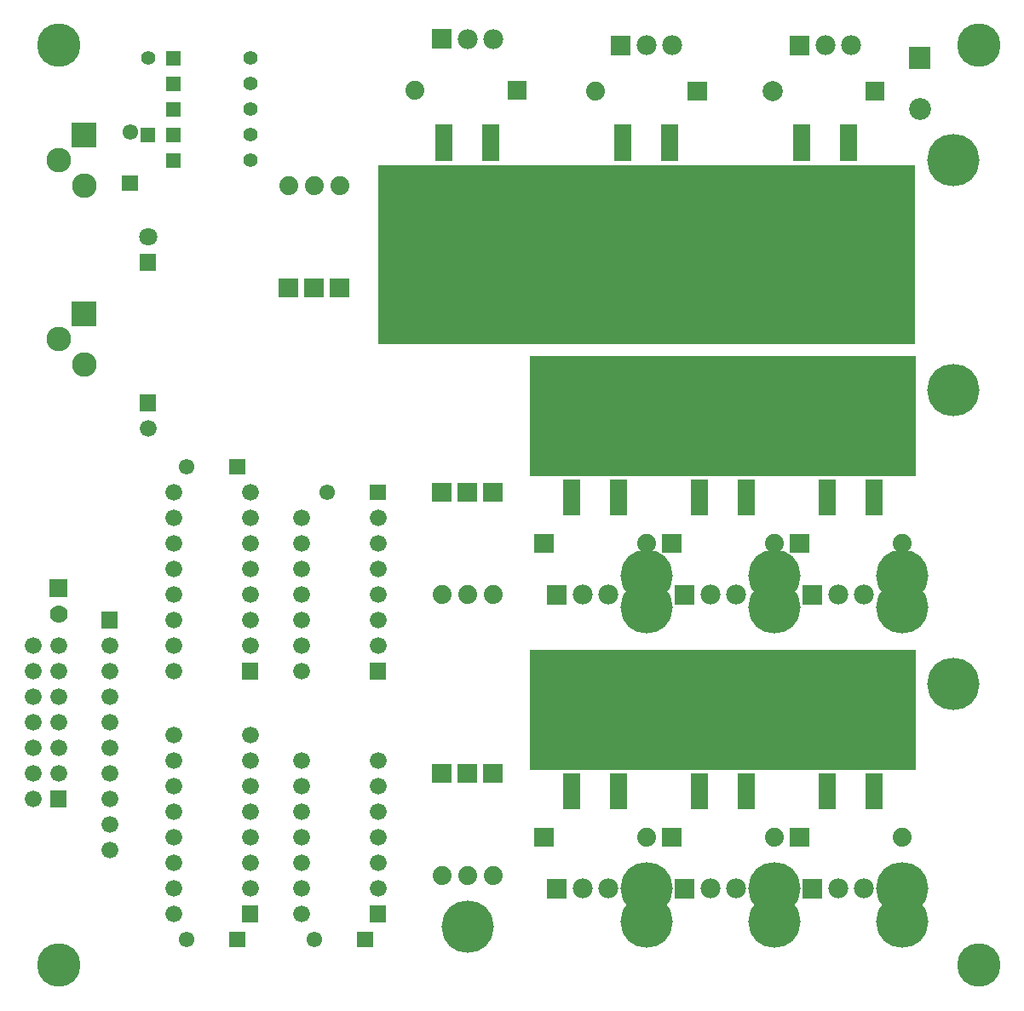
<source format=gts>
G04 start of page 6 for group -4063 idx -4063 *
G04 Title: (unknown), componentmask *
G04 Creator: pcb 20110918 *
G04 CreationDate: Sat 26 Apr 2014 10:39:55 GMT UTC *
G04 For: ksarkies *
G04 Format: Gerber/RS-274X *
G04 PCB-Dimensions: 390000 390000 *
G04 PCB-Coordinate-Origin: lower left *
%MOIN*%
%FSLAX25Y25*%
%LNTOPMASK*%
%ADD94R,0.0670X0.0670*%
%ADD93R,0.4700X0.4700*%
%ADD92C,0.0710*%
%ADD91C,0.0700*%
%ADD90C,0.0660*%
%ADD89C,0.0790*%
%ADD88C,0.2050*%
%ADD87C,0.0740*%
%ADD86C,0.0780*%
%ADD85C,0.0860*%
%ADD84C,0.0560*%
%ADD83C,0.0610*%
%ADD82C,0.0960*%
%ADD81C,0.0001*%
%ADD80C,0.1700*%
G54D80*X15000Y375000D03*
G54D81*G36*
X57200Y362800D02*Y357200D01*
X62800D01*
Y362800D01*
X57200D01*
G37*
G36*
X47200Y342800D02*Y337200D01*
X52800D01*
Y342800D01*
X47200D01*
G37*
G36*
X20200Y344800D02*Y335200D01*
X29800D01*
Y344800D01*
X20200D01*
G37*
G54D82*X15000Y330000D03*
X25000Y320000D03*
G54D81*G36*
X39950Y324050D02*Y317950D01*
X46050D01*
Y324050D01*
X39950D01*
G37*
G54D83*X43000Y341000D03*
G54D84*X50000Y370000D03*
G54D81*G36*
X57200Y372800D02*Y367200D01*
X62800D01*
Y372800D01*
X57200D01*
G37*
G36*
Y352800D02*Y347200D01*
X62800D01*
Y352800D01*
X57200D01*
G37*
G36*
Y332800D02*Y327200D01*
X62800D01*
Y332800D01*
X57200D01*
G37*
G36*
Y342800D02*Y337200D01*
X62800D01*
Y342800D01*
X57200D01*
G37*
G36*
X347700Y374300D02*Y365700D01*
X356300D01*
Y374300D01*
X347700D01*
G37*
G54D80*X375000Y375000D03*
G54D85*X352000Y350000D03*
G54D86*X325000Y375000D03*
G54D81*G36*
X330800Y360700D02*Y353300D01*
X338200D01*
Y360700D01*
X330800D01*
G37*
G54D84*X90000Y360000D03*
G54D81*G36*
X101300Y283700D02*Y276300D01*
X108700D01*
Y283700D01*
X101300D01*
G37*
G54D87*X105000Y320000D03*
G54D81*G36*
X111300Y283700D02*Y276300D01*
X118700D01*
Y283700D01*
X111300D01*
G37*
G54D87*X115000Y320000D03*
G54D81*G36*
X121300Y283700D02*Y276300D01*
X128700D01*
Y283700D01*
X121300D01*
G37*
G54D87*X125000Y320000D03*
G54D84*X90000Y370000D03*
Y350000D03*
Y340000D03*
Y330000D03*
G54D81*G36*
X161100Y381400D02*Y373600D01*
X168900D01*
Y381400D01*
X161100D01*
G37*
G54D86*X175000Y377500D03*
X185000D03*
G54D81*G36*
X190800Y361200D02*Y353800D01*
X198200D01*
Y361200D01*
X190800D01*
G37*
G54D87*X154500Y357500D03*
G54D88*X365000Y330000D03*
Y240000D03*
G54D81*G36*
X231100Y378900D02*Y371100D01*
X238900D01*
Y378900D01*
X231100D01*
G37*
G54D86*X245000Y375000D03*
X255000D03*
G54D81*G36*
X301100Y378900D02*Y371100D01*
X308900D01*
Y378900D01*
X301100D01*
G37*
G54D86*X315000Y375000D03*
G54D81*G36*
X261300Y360700D02*Y353300D01*
X268700D01*
Y360700D01*
X261300D01*
G37*
G54D87*X225000Y357000D03*
G54D89*X294500D03*
G54D81*G36*
X20200Y274800D02*Y265200D01*
X29800D01*
Y274800D01*
X20200D01*
G37*
G54D82*X15000Y260000D03*
X25000Y250000D03*
G54D90*X35000Y80000D03*
Y70000D03*
G54D81*G36*
X11700Y83300D02*Y76700D01*
X18300D01*
Y83300D01*
X11700D01*
G37*
G54D90*X5000Y80000D03*
X15000Y90000D03*
X5000D03*
G54D80*X15000Y15000D03*
G54D90*Y100000D03*
X5000D03*
X15000Y110000D03*
X5000D03*
X15000Y120000D03*
X5000D03*
X15000Y130000D03*
X5000D03*
X15000Y140000D03*
X5000D03*
X35000Y120000D03*
Y110000D03*
Y100000D03*
Y90000D03*
G54D81*G36*
X31700Y153300D02*Y146700D01*
X38300D01*
Y153300D01*
X31700D01*
G37*
G54D90*X35000Y140000D03*
Y130000D03*
G54D81*G36*
X11500Y166000D02*Y159000D01*
X18500D01*
Y166000D01*
X11500D01*
G37*
G54D91*X15000Y152500D03*
G54D90*X60000Y140000D03*
Y130000D03*
X35000Y60000D03*
X60000Y65000D03*
Y55000D03*
X90000Y75000D03*
Y85000D03*
Y95000D03*
Y105000D03*
X60000D03*
Y95000D03*
Y85000D03*
Y75000D03*
Y45000D03*
Y35000D03*
G54D81*G36*
X86700Y38300D02*Y31700D01*
X93300D01*
Y38300D01*
X86700D01*
G37*
G54D90*X90000Y45000D03*
Y55000D03*
Y65000D03*
G54D81*G36*
X81950Y28050D02*Y21950D01*
X88050D01*
Y28050D01*
X81950D01*
G37*
G54D83*X65000Y25000D03*
G54D88*X365000Y125000D03*
X345000Y155000D03*
Y167500D03*
G54D81*G36*
X306100Y163900D02*Y156100D01*
X313900D01*
Y163900D01*
X306100D01*
G37*
G54D86*X320000Y160000D03*
X330000D03*
G54D87*X345000Y180000D03*
G54D80*X375000Y15000D03*
G54D88*X345000Y32000D03*
Y45000D03*
X295000Y32000D03*
G54D86*X270000Y45000D03*
X280000D03*
G54D88*X295000D03*
G54D81*G36*
X306100Y48900D02*Y41100D01*
X313900D01*
Y48900D01*
X306100D01*
G37*
G54D86*X320000Y45000D03*
X330000D03*
G54D88*X245000Y32000D03*
Y45000D03*
G54D81*G36*
X256100Y48900D02*Y41100D01*
X263900D01*
Y48900D01*
X256100D01*
G37*
G54D87*X245000Y65000D03*
G54D81*G36*
X251300Y68700D02*Y61300D01*
X258700D01*
Y68700D01*
X251300D01*
G37*
G36*
X301300D02*Y61300D01*
X308700D01*
Y68700D01*
X301300D01*
G37*
G54D87*X295000Y65000D03*
X345000D03*
G54D81*G36*
X206100Y163900D02*Y156100D01*
X213900D01*
Y163900D01*
X206100D01*
G37*
G54D87*X185000Y160000D03*
X175000D03*
X165000D03*
G54D86*X220000D03*
G54D81*G36*
X181300Y203700D02*Y196300D01*
X188700D01*
Y203700D01*
X181300D01*
G37*
G36*
X171300D02*Y196300D01*
X178700D01*
Y203700D01*
X171300D01*
G37*
G36*
X161300D02*Y196300D01*
X168700D01*
Y203700D01*
X161300D01*
G37*
G36*
X171300Y93700D02*Y86300D01*
X178700D01*
Y93700D01*
X171300D01*
G37*
G36*
X181300D02*Y86300D01*
X188700D01*
Y93700D01*
X181300D01*
G37*
G36*
X161300D02*Y86300D01*
X168700D01*
Y93700D01*
X161300D01*
G37*
G36*
X201300Y183700D02*Y176300D01*
X208700D01*
Y183700D01*
X201300D01*
G37*
G36*
X136950Y203050D02*Y196950D01*
X143050D01*
Y203050D01*
X136950D01*
G37*
G54D83*X120000Y200000D03*
G54D81*G36*
X206100Y48900D02*Y41100D01*
X213900D01*
Y48900D01*
X206100D01*
G37*
G54D87*X175000Y50000D03*
X185000D03*
G54D86*X220000Y45000D03*
X230000D03*
G54D87*X165000Y50000D03*
G54D81*G36*
X201300Y68700D02*Y61300D01*
X208700D01*
Y68700D01*
X201300D01*
G37*
G36*
X136700Y38300D02*Y31700D01*
X143300D01*
Y38300D01*
X136700D01*
G37*
G54D90*X140000Y45000D03*
Y55000D03*
Y65000D03*
Y75000D03*
Y85000D03*
X110000D03*
X140000Y95000D03*
X110000D03*
Y75000D03*
Y65000D03*
Y55000D03*
Y45000D03*
Y35000D03*
G54D81*G36*
X131950Y28050D02*Y21950D01*
X138050D01*
Y28050D01*
X131950D01*
G37*
G54D83*X115000Y25000D03*
G54D88*X245000Y155000D03*
Y167500D03*
G54D81*G36*
X256100Y163900D02*Y156100D01*
X263900D01*
Y163900D01*
X256100D01*
G37*
G54D86*X230000Y160000D03*
G54D88*X295000Y155000D03*
Y167500D03*
G54D86*X270000Y160000D03*
X280000D03*
G54D81*G36*
X301300Y183700D02*Y176300D01*
X308700D01*
Y183700D01*
X301300D01*
G37*
G36*
X251300D02*Y176300D01*
X258700D01*
Y183700D01*
X251300D01*
G37*
G54D87*X245000Y180000D03*
X295000D03*
G54D88*X175000Y30000D03*
G54D81*G36*
X136700Y133300D02*Y126700D01*
X143300D01*
Y133300D01*
X136700D01*
G37*
G54D90*X140000Y140000D03*
Y150000D03*
Y160000D03*
Y170000D03*
Y180000D03*
Y190000D03*
X110000D03*
Y180000D03*
Y170000D03*
Y160000D03*
Y150000D03*
Y140000D03*
Y130000D03*
G54D81*G36*
X86700Y133300D02*Y126700D01*
X93300D01*
Y133300D01*
X86700D01*
G37*
G54D90*X90000Y140000D03*
Y150000D03*
Y160000D03*
Y170000D03*
Y180000D03*
Y190000D03*
Y200000D03*
G54D81*G36*
X81950Y213050D02*Y206950D01*
X88050D01*
Y213050D01*
X81950D01*
G37*
G36*
X46700Y238300D02*Y231700D01*
X53300D01*
Y238300D01*
X46700D01*
G37*
G36*
Y293300D02*Y286700D01*
X53300D01*
Y293300D01*
X46700D01*
G37*
G54D92*X50000Y300000D03*
G54D90*Y225000D03*
X60000Y200000D03*
Y190000D03*
Y180000D03*
Y170000D03*
Y160000D03*
Y150000D03*
G54D83*X65000Y210000D03*
G54D93*X323000Y230000D02*X327000D01*
G54D94*X334055Y201889D02*Y194400D01*
X315945Y201889D02*Y194400D01*
G54D93*X273000Y230000D02*X277000D01*
G54D94*X284055Y201889D02*Y194400D01*
X265945Y201889D02*Y194400D01*
G54D93*X223000Y230000D02*X227000D01*
G54D94*X234055Y201889D02*Y194400D01*
X215945Y201889D02*Y194400D01*
G54D81*G36*
X280000Y328000D02*Y258000D01*
X350000D01*
Y328000D01*
X280000D01*
G37*
G36*
X210000D02*Y258000D01*
X280000D01*
Y328000D01*
X210000D01*
G37*
G36*
X140000D02*Y258000D01*
X210000D01*
Y328000D01*
X140000D01*
G37*
G54D94*X305945Y340600D02*Y333111D01*
X235945Y340600D02*Y333111D01*
X254055Y340600D02*Y333111D01*
X165945Y340600D02*Y333111D01*
X184055Y340600D02*Y333111D01*
X324055Y340600D02*Y333111D01*
G54D93*X323000Y115000D02*X327000D01*
G54D94*X334055Y86889D02*Y79400D01*
X315945Y86889D02*Y79400D01*
G54D93*X273000Y115000D02*X277000D01*
X223000D02*X227000D01*
G54D94*X284055Y86889D02*Y79400D01*
X265945Y86889D02*Y79400D01*
X234055Y86889D02*Y79400D01*
X215945Y86889D02*Y79400D01*
M02*

</source>
